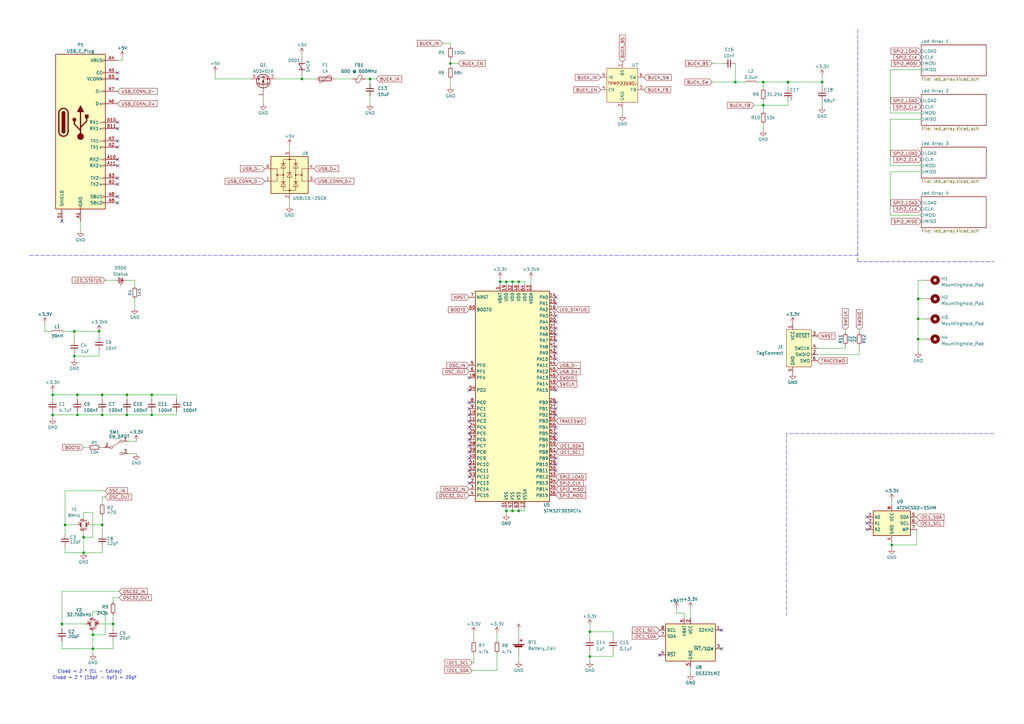
<source format=kicad_sch>
(kicad_sch (version 20230121) (generator eeschema)
  (paper "A3")
  (title_block (title "Wordclock") (rev "1"))
  (junction (at 376.555 130.81))
  (junction (at 34.29 226.695))
  (junction (at 301.625 33.655))
  (junction (at 30.48 135.89))
  (junction (at 313.055 33.655))
  (junction (at 31.75 170.18))
  (junction (at 376.555 139.065))
  (junction (at 41.91 170.18))
  (junction (at 323.215 33.655))
  (junction (at 30.48 146.05))
  (junction (at 210.185 115.57))
  (junction (at 337.185 33.655))
  (junction (at 210.185 209.55))
  (junction (at 41.91 215.265))
  (junction (at 40.64 135.89))
  (junction (at 21.59 161.925))
  (junction (at 123.825 32.385))
  (junction (at 313.055 43.18))
  (junction (at 41.91 161.925))
  (junction (at 38.1 266.065))
  (junction (at 52.07 170.18))
  (junction (at 151.765 32.385))
  (junction (at 46.355 255.905))
  (junction (at 212.725 115.57))
  (junction (at 62.23 170.18))
  (junction (at 38.1 260.35))
  (junction (at 241.935 269.24))
  (junction (at 365.76 223.52))
  (junction (at 241.935 259.08))
  (junction (at 207.645 209.55))
  (junction (at 184.785 26.035))
  (junction (at 26.67 215.265))
  (junction (at 205.105 115.57))
  (junction (at 31.75 161.925))
  (junction (at 207.645 115.57))
  (junction (at 25.4 255.905))
  (junction (at 52.07 161.925))
  (junction (at 212.725 209.55))
  (junction (at 34.29 220.345))
  (junction (at 62.23 161.925))
  (junction (at 376.555 122.555))
  (junction (at 21.59 170.18))
  (no_connect (at 227.965 177.8))
  (no_connect (at 227.965 147.32))
  (no_connect (at 227.965 193.04))
  (no_connect (at 192.405 165.1))
  (no_connect (at 227.965 165.1))
  (no_connect (at 48.26 52.705))
  (no_connect (at 192.405 190.5))
  (no_connect (at 295.91 266.065))
  (no_connect (at 227.965 121.92))
  (no_connect (at 227.965 167.64))
  (no_connect (at 192.405 185.42))
  (no_connect (at 48.26 67.945))
  (no_connect (at 192.405 182.88))
  (no_connect (at 227.965 160.02))
  (no_connect (at 227.965 190.5))
  (no_connect (at 192.405 154.94))
  (no_connect (at 192.405 170.18))
  (no_connect (at 25.4 90.805))
  (no_connect (at 355.6 214.63))
  (no_connect (at 227.965 132.08))
  (no_connect (at 48.26 73.025))
  (no_connect (at 192.405 195.58))
  (no_connect (at 48.26 32.385))
  (no_connect (at 192.405 187.96))
  (no_connect (at 227.965 139.7))
  (no_connect (at 227.965 129.54))
  (no_connect (at 192.405 167.64))
  (no_connect (at 227.965 144.78))
  (no_connect (at 227.965 187.96))
  (no_connect (at 192.405 160.02))
  (no_connect (at 48.26 80.645))
  (no_connect (at 270.51 268.605))
  (no_connect (at 192.405 177.8))
  (no_connect (at 48.26 65.405))
  (no_connect (at 355.6 212.09))
  (no_connect (at 192.405 193.04))
  (no_connect (at 192.405 180.34))
  (no_connect (at 192.405 198.12))
  (no_connect (at 227.965 134.62))
  (no_connect (at 48.26 50.165))
  (no_connect (at 227.965 180.34))
  (no_connect (at 48.26 60.325))
  (no_connect (at 227.965 137.16))
  (no_connect (at 192.405 172.72))
  (no_connect (at 192.405 175.26))
  (no_connect (at 355.6 217.17))
  (no_connect (at 227.965 175.26))
  (no_connect (at 227.965 124.46))
  (no_connect (at 48.26 57.785))
  (no_connect (at 48.26 83.185))
  (no_connect (at 227.965 142.24))
  (no_connect (at 48.26 29.845))
  (no_connect (at 48.26 75.565))
  (no_connect (at 295.91 258.445))
  (no_connect (at 227.965 170.18))
  (wire (pts (xy 301.625 33.655) (xy 305.435 33.655)))
  (wire (pts (xy 26.67 224.155) (xy 26.67 226.695)))
  (wire (pts (xy 72.39 161.925) (xy 72.39 163.83)))
  (wire (pts (xy 52.705 180.975) (xy 55.88 180.975)))
  (wire (pts (xy 36.83 215.265) (xy 41.91 215.265)))
  (wire (pts (xy 46.355 245.11) (xy 48.895 245.11)))
  (wire (pts (xy 41.91 224.155) (xy 41.91 226.695)))
  (wire (pts (xy 25.4 255.905) (xy 35.56 255.905)))
  (wire (pts (xy 309.245 43.18) (xy 313.055 43.18)))
  (wire (pts (xy 352.425 141.605) (xy 352.425 145.415)))
  (wire (pts (xy 376.555 114.935) (xy 379.73 114.935)))
  (wire (pts (xy 52.07 161.925) (xy 52.07 163.83)))
  (wire (pts (xy 33.02 90.805) (xy 33.02 94.615)))
  (wire (pts (xy 215.265 115.57) (xy 215.265 116.84)))
  (wire (pts (xy 21.59 161.925) (xy 31.75 161.925)))
  (wire (pts (xy 30.48 135.89) (xy 26.035 135.89)))
  (wire (pts (xy 210.185 208.28) (xy 210.185 209.55)))
  (wire (pts (xy 26.67 201.295) (xy 26.67 215.265)))
  (wire (pts (xy 212.725 115.57) (xy 212.725 116.84)))
  (wire (pts (xy 151.765 32.385) (xy 154.305 32.385)))
  (wire (pts (xy 21.59 161.925) (xy 21.59 163.83)))
  (wire (pts (xy 62.23 163.83) (xy 62.23 161.925)))
  (wire (pts (xy 207.645 209.55) (xy 210.185 209.55)))
  (wire (pts (xy 41.91 215.265) (xy 41.91 219.075)))
  (wire (pts (xy 210.185 209.55) (xy 212.725 209.55)))
  (wire (pts (xy 365.125 88.265) (xy 377.825 88.265)))
  (wire (pts (xy 365.125 48.895) (xy 365.125 67.945)))
  (wire (pts (xy 62.23 170.18) (xy 72.39 170.18)))
  (wire (pts (xy 21.59 170.18) (xy 31.75 170.18)))
  (wire (pts (xy 241.935 256.54) (xy 241.935 259.08)))
  (wire (pts (xy 207.645 209.55) (xy 207.645 210.82)))
  (wire (pts (xy 149.86 32.385) (xy 151.765 32.385)))
  (wire (pts (xy 210.185 115.57) (xy 210.185 116.84)))
  (wire (pts (xy 212.725 115.57) (xy 215.265 115.57)))
  (wire (pts (xy 194.31 259.715) (xy 194.31 262.89)))
  (wire (pts (xy 31.75 161.925) (xy 41.91 161.925)))
  (wire (pts (xy 34.29 220.345) (xy 34.29 226.695)))
  (wire (pts (xy 38.1 260.35) (xy 38.1 258.445)))
  (wire (pts (xy 113.03 32.385) (xy 123.825 32.385)))
  (wire (pts (xy 365.125 46.355) (xy 377.825 46.355)))
  (wire (pts (xy 352.425 145.415) (xy 335.28 145.415)))
  (wire (pts (xy 241.935 269.24) (xy 241.935 271.145)))
  (wire (pts (xy 30.48 139.7) (xy 30.48 135.89)))
  (wire (pts (xy 34.29 212.725) (xy 34.29 210.185)))
  (wire (pts (xy 38.1 253.365) (xy 38.1 250.825)))
  (wire (pts (xy 50.165 23.495) (xy 50.165 24.765)))
  (wire (pts (xy 46.355 252.095) (xy 46.355 255.905)))
  (wire (pts (xy 217.805 114.3) (xy 217.805 116.84)))
  (wire (pts (xy 377.825 70.485) (xy 365.125 70.485)))
  (wire (pts (xy 38.1 260.35) (xy 38.1 266.065)))
  (wire (pts (xy 43.18 114.935) (xy 46.99 114.935)))
  (wire (pts (xy 41.91 161.925) (xy 41.91 163.83)))
  (wire (pts (xy 151.765 32.385) (xy 151.765 34.29)))
  (wire (pts (xy 41.91 168.91) (xy 41.91 170.18)))
  (wire (pts (xy 323.215 33.655) (xy 323.215 36.195)))
  (wire (pts (xy 346.71 142.875) (xy 335.28 142.875)))
  (wire (pts (xy 292.1 26.035) (xy 296.545 26.035)))
  (wire (pts (xy 18.415 132.715) (xy 18.415 135.89)))
  (wire (pts (xy 72.39 170.18) (xy 72.39 168.91)))
  (wire (pts (xy 212.725 208.28) (xy 212.725 209.55)))
  (wire (pts (xy 26.67 219.075) (xy 26.67 215.265)))
  (wire (pts (xy 313.055 41.275) (xy 313.055 43.18)))
  (wire (pts (xy 43.18 201.295) (xy 26.67 201.295)))
  (wire (pts (xy 41.91 161.925) (xy 52.07 161.925)))
  (wire (pts (xy 365.125 67.945) (xy 377.825 67.945)))
  (wire (pts (xy 251.46 259.08) (xy 251.46 261.62)))
  (wire (pts (xy 283.21 273.685) (xy 283.21 276.225)))
  (wire (pts (xy 38.1 250.825) (xy 43.18 250.825)))
  (wire (pts (xy 118.745 81.915) (xy 118.745 84.455)))
  (wire (pts (xy 365.76 222.25) (xy 365.76 223.52)))
  (wire (pts (xy 193.675 274.955) (xy 203.835 274.955)))
  (wire (pts (xy 377.825 48.895) (xy 365.125 48.895)))
  (wire (pts (xy 41.91 211.455) (xy 41.91 215.265)))
  (wire (pts (xy 184.785 32.385) (xy 184.785 35.56)))
  (wire (pts (xy 31.75 170.18) (xy 41.91 170.18)))
  (wire (pts (xy 38.1 220.345) (xy 34.29 220.345)))
  (wire (pts (xy 184.785 26.035) (xy 184.785 27.305)))
  (wire (pts (xy 30.48 146.05) (xy 40.64 146.05)))
  (wire (pts (xy 205.105 115.57) (xy 205.105 116.84)))
  (wire (pts (xy 40.64 255.905) (xy 46.355 255.905)))
  (wire (pts (xy 31.75 161.925) (xy 31.75 163.83)))
  (wire (pts (xy 46.355 262.89) (xy 46.355 266.065)))
  (wire (pts (xy 18.415 135.89) (xy 20.955 135.89)))
  (wire (pts (xy 207.645 115.57) (xy 207.645 116.84)))
  (wire (pts (xy 205.105 114.3) (xy 205.105 115.57)))
  (wire (pts (xy 277.495 251.46) (xy 280.67 251.46)))
  (wire (pts (xy 184.785 24.13) (xy 184.785 26.035)))
  (wire (pts (xy 241.935 259.08) (xy 241.935 261.62)))
  (wire (pts (xy 277.495 249.555) (xy 277.495 251.46)))
  (wire (pts (xy 181.61 17.78) (xy 184.785 17.78)))
  (wire (pts (xy 151.765 39.37) (xy 151.765 42.545)))
  (wire (pts (xy 210.185 115.57) (xy 212.725 115.57)))
  (wire (pts (xy 40.64 146.05) (xy 40.64 143.51)))
  (wire (pts (xy 55.245 114.935) (xy 55.245 117.475)))
  (wire (pts (xy 376.555 139.065) (xy 379.73 139.065)))
  (wire (pts (xy 376.555 139.065) (xy 376.555 130.81)))
  (wire (pts (xy 118.745 59.69) (xy 118.745 61.595)))
  (wire (pts (xy 25.4 255.905) (xy 25.4 242.57)))
  (wire (pts (xy 337.185 41.275) (xy 337.185 43.815)))
  (wire (pts (xy 365.76 205.105) (xy 365.76 207.01)))
  (polyline (pts (xy 351.79 107.315) (xy 407.67 107.315)) (stroke (width 0) (type dash)))
  (wire (pts (xy 365.76 223.52) (xy 375.92 223.52)))
  (polyline (pts (xy 12.065 104.775) (xy 351.79 104.775)) (stroke (width 0) (type dash)))
  (wire (pts (xy 376.555 122.555) (xy 376.555 114.935)))
  (wire (pts (xy 43.18 260.35) (xy 38.1 260.35)))
  (wire (pts (xy 41.275 183.515) (xy 42.545 183.515)))
  (wire (pts (xy 323.215 43.18) (xy 313.055 43.18)))
  (wire (pts (xy 280.67 251.46) (xy 280.67 253.365)))
  (wire (pts (xy 52.705 186.055) (xy 55.88 186.055)))
  (wire (pts (xy 123.825 32.385) (xy 129.54 32.385)))
  (wire (pts (xy 46.355 266.065) (xy 38.1 266.065)))
  (wire (pts (xy 123.825 31.115) (xy 123.825 32.385)))
  (wire (pts (xy 375.92 223.52) (xy 375.92 217.17)))
  (wire (pts (xy 187.96 26.035) (xy 184.785 26.035)))
  (wire (pts (xy 43.18 250.825) (xy 43.18 260.35)))
  (polyline (pts (xy 322.58 177.8) (xy 322.58 252.73)) (stroke (width 0) (type dash)))
  (wire (pts (xy 207.645 208.28) (xy 207.645 209.55)))
  (wire (pts (xy 41.91 203.835) (xy 41.91 206.375)))
  (wire (pts (xy 46.355 247.015) (xy 46.355 245.11)))
  (wire (pts (xy 21.59 168.91) (xy 21.59 170.18)))
  (wire (pts (xy 34.29 217.805) (xy 34.29 220.345)))
  (wire (pts (xy 38.1 210.185) (xy 38.1 220.345)))
  (wire (pts (xy 207.645 115.57) (xy 210.185 115.57)))
  (wire (pts (xy 323.215 33.655) (xy 337.185 33.655)))
  (wire (pts (xy 346.71 135.255) (xy 346.71 136.525)))
  (wire (pts (xy 203.835 274.955) (xy 203.835 267.97)))
  (wire (pts (xy 52.07 114.935) (xy 55.245 114.935)))
  (wire (pts (xy 41.91 170.18) (xy 52.07 170.18)))
  (wire (pts (xy 34.29 183.515) (xy 36.195 183.515)))
  (wire (pts (xy 52.07 168.91) (xy 52.07 170.18)))
  (wire (pts (xy 31.75 168.91) (xy 31.75 170.18)))
  (wire (pts (xy 346.71 141.605) (xy 346.71 142.875)))
  (wire (pts (xy 313.055 50.8) (xy 313.055 53.34)))
  (wire (pts (xy 313.055 33.655) (xy 313.055 36.195)))
  (wire (pts (xy 212.725 268.605) (xy 212.725 271.145)))
  (wire (pts (xy 40.64 138.43) (xy 40.64 135.89)))
  (wire (pts (xy 88.265 29.845) (xy 88.265 32.385)))
  (wire (pts (xy 301.625 26.035) (xy 301.625 33.655)))
  (wire (pts (xy 215.265 209.55) (xy 215.265 208.28)))
  (wire (pts (xy 40.64 135.89) (xy 30.48 135.89)))
  (wire (pts (xy 313.055 33.655) (xy 323.215 33.655)))
  (wire (pts (xy 283.21 249.555) (xy 283.21 253.365)))
  (wire (pts (xy 365.76 223.52) (xy 365.76 224.79)))
  (wire (pts (xy 50.165 24.765) (xy 48.26 24.765)))
  (polyline (pts (xy 351.79 104.775) (xy 351.79 103.505)))
  (wire (pts (xy 46.355 255.905) (xy 46.355 257.81)))
  (wire (pts (xy 365.125 28.575) (xy 365.125 46.355)))
  (wire (pts (xy 30.48 146.05) (xy 30.48 147.32)))
  (wire (pts (xy 41.91 226.695) (xy 34.29 226.695)))
  (wire (pts (xy 241.935 259.08) (xy 251.46 259.08)))
  (wire (pts (xy 25.4 242.57) (xy 48.895 242.57)))
  (wire (pts (xy 62.23 168.91) (xy 62.23 170.18)))
  (wire (pts (xy 26.67 215.265) (xy 31.75 215.265)))
  (wire (pts (xy 352.425 135.255) (xy 352.425 136.525)))
  (wire (pts (xy 193.675 271.78) (xy 194.31 271.78)))
  (wire (pts (xy 376.555 130.81) (xy 376.555 122.555)))
  (wire (pts (xy 323.215 41.275) (xy 323.215 43.18)))
  (wire (pts (xy 365.125 70.485) (xy 365.125 88.265)))
  (wire (pts (xy 203.835 259.715) (xy 203.835 262.89)))
  (wire (pts (xy 25.4 257.81) (xy 25.4 255.905)))
  (wire (pts (xy 376.555 144.145) (xy 376.555 139.065)))
  (wire (pts (xy 337.185 31.115) (xy 337.185 33.655)))
  (wire (pts (xy 212.725 258.445) (xy 212.725 260.985)))
  (wire (pts (xy 21.59 160.655) (xy 21.59 161.925)))
  (wire (pts (xy 21.59 170.18) (xy 21.59 171.45)))
  (wire (pts (xy 137.16 32.385) (xy 144.78 32.385)))
  (wire (pts (xy 205.105 115.57) (xy 207.645 115.57)))
  (wire (pts (xy 313.055 43.18) (xy 313.055 45.72)))
  (wire (pts (xy 123.825 22.225) (xy 123.825 23.495)))
  (wire (pts (xy 241.935 266.7) (xy 241.935 269.24)))
  (wire (pts (xy 337.185 33.655) (xy 337.185 36.195)))
  (wire (pts (xy 25.4 262.89) (xy 25.4 266.065)))
  (wire (pts (xy 52.07 170.18) (xy 62.23 170.18)))
  (wire (pts (xy 376.555 130.81) (xy 379.73 130.81)))
  (wire (pts (xy 25.4 266.065) (xy 38.1 266.065)))
  (wire (pts (xy 301.625 33.655) (xy 292.1 33.655)))
  (wire (pts (xy 251.46 269.24) (xy 241.935 269.24)))
  (wire (pts (xy 52.07 161.925) (xy 62.23 161.925)))
  (wire (pts (xy 26.67 226.695) (xy 34.29 226.695)))
  (wire (pts (xy 377.825 28.575) (xy 365.125 28.575)))
  (wire (pts (xy 251.46 266.7) (xy 251.46 269.24)))
  (wire (pts (xy 55.245 122.555) (xy 55.245 126.365)))
  (wire (pts (xy 38.1 266.065) (xy 38.1 267.97)))
  (wire (pts (xy 212.725 209.55) (xy 215.265 209.55)))
  (wire (pts (xy 43.18 203.835) (xy 41.91 203.835)))
  (wire (pts (xy 34.29 210.185) (xy 38.1 210.185)))
  (wire (pts (xy 30.48 144.78) (xy 30.48 146.05)))
  (wire (pts (xy 310.515 33.655) (xy 313.055 33.655)))
  (polyline (pts (xy 407.67 177.8) (xy 322.58 177.8)) (stroke (width 0) (type dash)))
  (wire (pts (xy 62.23 161.925) (xy 72.39 161.925)))
  (wire (pts (xy 376.555 122.555) (xy 379.73 122.555)))
  (wire (pts (xy 255.27 44.45) (xy 255.27 46.99)))
  (polyline (pts (xy 351.79 107.315) (xy 351.79 12.065)) (stroke (width 0) (type dash)))
  (wire (pts (xy 184.785 17.78) (xy 184.785 19.05)))
  (wire (pts (xy 88.265 32.385) (xy 102.87 32.385)))
  (wire (pts (xy 107.95 40.005) (xy 107.95 42.545)))
  (wire (pts (xy 194.31 271.78) (xy 194.31 267.97)))
  (text "Cload = 2 * (15pF - 5pF) = 20pF" (at 21.59 278.765 0) (effects (font (size 1.27 1.27)) (justify left bottom)))
  (text "Cload = 2 * (CL - Cstray)" (at 23.495 276.225 0) (effects (font (size 1.27 1.27)) (justify left bottom)))
  (global_label "OSC_IN" (shape input) (at 43.18 201.295 0) (property "Intersheetrefs" "${INTERSHEET_REFS}" (effects hide)))
  (global_label "SPI2_LOAD" (shape input) (at 377.825 20.955 180) (property "Intersheetrefs" "${INTERSHEET_REFS}" (effects hide)))
  (global_label "OSC_OUT" (shape input) (at 192.405 152.4 180) (property "Intersheetrefs" "${INTERSHEET_REFS}" (effects hide)))
  (global_label "BUCK_IN" (shape input) (at 154.305 32.385 0) (property "Intersheetrefs" "${INTERSHEET_REFS}" (effects hide)))
  (global_label "BUCK_FB" (shape input) (at 309.245 43.18 180) (property "Intersheetrefs" "${INTERSHEET_REFS}" (effects hide)))
  (global_label "OSC_IN" (shape input) (at 192.405 149.86 180) (property "Intersheetrefs" "${INTERSHEET_REFS}" (effects hide)))
  (global_label "I2C1_SCL" (shape input) (at 227.965 185.42 0) (property "Intersheetrefs" "${INTERSHEET_REFS}" (effects hide)))
  (global_label "I2C1_SDA" (shape input) (at 193.675 274.955 180) (property "Intersheetrefs" "${INTERSHEET_REFS}" (effects hide)))
  (global_label "USB_D+" (shape input) (at 227.965 152.4 0) (property "Intersheetrefs" "${INTERSHEET_REFS}" (effects hide)))
  (global_label "USB_D-" (shape input) (at 108.585 69.215 180) (property "Intersheetrefs" "${INTERSHEET_REFS}" (effects hide)))
  (global_label "I2C1_SDA" (shape input) (at 270.51 260.985 180) (property "Intersheetrefs" "${INTERSHEET_REFS}" (effects hide)))
  (global_label "OSC32_OUT" (shape input) (at 192.405 203.2 180) (property "Intersheetrefs" "${INTERSHEET_REFS}" (effects hide)))
  (global_label "USB_D-" (shape input) (at 227.965 149.86 0) (property "Intersheetrefs" "${INTERSHEET_REFS}" (effects hide)))
  (global_label "SPI2_LOAD" (shape input) (at 377.825 62.865 180) (property "Intersheetrefs" "${INTERSHEET_REFS}" (effects hide)))
  (global_label "SPI2_MOSI" (shape input) (at 377.825 26.035 180) (property "Intersheetrefs" "${INTERSHEET_REFS}" (effects hide)))
  (global_label "BOOT0" (shape input) (at 34.29 183.515 180) (property "Intersheetrefs" "${INTERSHEET_REFS}" (effects hide)))
  (global_label "BUCK_SW" (shape input) (at 292.1 33.655 180) (property "Intersheetrefs" "${INTERSHEET_REFS}" (effects hide)))
  (global_label "BUCK_SW" (shape input) (at 264.16 31.75 0) (property "Intersheetrefs" "${INTERSHEET_REFS}" (effects hide)))
  (global_label "BUCK_IN" (shape input) (at 246.38 31.75 180) (property "Intersheetrefs" "${INTERSHEET_REFS}" (effects hide)))
  (global_label "SPI2_MISO" (shape input) (at 227.965 200.66 0) (property "Intersheetrefs" "${INTERSHEET_REFS}" (effects hide)))
  (global_label "SPI2_MOSI" (shape input) (at 227.965 203.2 0) (property "Intersheetrefs" "${INTERSHEET_REFS}" (effects hide)))
  (global_label "NRST" (shape input) (at 192.405 121.92 180) (property "Intersheetrefs" "${INTERSHEET_REFS}" (effects hide)))
  (global_label "I2C1_SCL" (shape input) (at 270.51 258.445 180) (property "Intersheetrefs" "${INTERSHEET_REFS}" (effects hide)))
  (global_label "SPI2_MISO" (shape input) (at 377.825 90.805 180) (property "Intersheetrefs" "${INTERSHEET_REFS}" (effects hide)))
  (global_label "USB_D+" (shape input) (at 128.905 69.215 0) (property "Intersheetrefs" "${INTERSHEET_REFS}" (effects hide)))
  (global_label "BUCK_EN" (shape input) (at 246.38 36.83 180) (property "Intersheetrefs" "${INTERSHEET_REFS}" (effects hide)))
  (global_label "BUCK_IN" (shape input) (at 181.61 17.78 180) (property "Intersheetrefs" "${INTERSHEET_REFS}" (effects hide)))
  (global_label "SPI2_LOAD" (shape input) (at 377.825 41.275 180) (property "Intersheetrefs" "${INTERSHEET_REFS}" (effects hide)))
  (global_label "I2C1_SDA" (shape input) (at 375.92 212.09 0) (property "Intersheetrefs" "${INTERSHEET_REFS}" (effects hide)))
  (global_label "USB_CONN_D+" (shape input) (at 128.905 74.295 0) (property "Intersheetrefs" "${INTERSHEET_REFS}" (effects hide)))
  (global_label "SPI2_LOAD" (shape input) (at 227.965 195.58 0) (property "Intersheetrefs" "${INTERSHEET_REFS}" (effects hide)))
  (global_label "BUCK_EN" (shape input) (at 187.96 26.035 0) (property "Intersheetrefs" "${INTERSHEET_REFS}" (effects hide)))
  (global_label "USB_CONN_D-" (shape input) (at 48.26 37.465 0) (property "Intersheetrefs" "${INTERSHEET_REFS}" (effects hide)))
  (global_label "BUCK_FB" (shape input) (at 264.16 36.83 0) (property "Intersheetrefs" "${INTERSHEET_REFS}" (effects hide)))
  (global_label "SPI2_CLK" (shape input) (at 377.825 85.725 180) (property "Intersheetrefs" "${INTERSHEET_REFS}" (effects hide)))
  (global_label "USB_CONN_D+" (shape input) (at 48.26 42.545 0) (property "Intersheetrefs" "${INTERSHEET_REFS}" (effects hide)))
  (global_label "SWDIO" (shape input) (at 352.425 135.255 90) (property "Intersheetrefs" "${INTERSHEET_REFS}" (effects hide)))
  (global_label "OSC_OUT" (shape input) (at 43.18 203.835 0) (property "Intersheetrefs" "${INTERSHEET_REFS}" (effects hide)))
  (global_label "OSC32_IN" (shape input) (at 192.405 200.66 180) (property "Intersheetrefs" "${INTERSHEET_REFS}" (effects hide)))
  (global_label "SWCLK" (shape input) (at 346.71 135.255 90) (property "Intersheetrefs" "${INTERSHEET_REFS}" (effects hide)))
  (global_label "LED_STATUS" (shape input) (at 227.965 127 0) (property "Intersheetrefs" "${INTERSHEET_REFS}" (effects hide)))
  (global_label "BOOT0" (shape input) (at 192.405 127 180) (property "Intersheetrefs" "${INTERSHEET_REFS}" (effects hide)))
  (global_label "SPI2_LOAD" (shape input) (at 377.825 83.185 180) (property "Intersheetrefs" "${INTERSHEET_REFS}" (effects hide)))
  (global_label "OSC32_IN" (shape input) (at 48.895 242.57 0) (property "Intersheetrefs" "${INTERSHEET_REFS}" (effects hide)))
  (global_label "I2C1_SCL" (shape input) (at 375.92 214.63 0) (property "Intersheetrefs" "${INTERSHEET_REFS}" (effects hide)))
  (global_label "SPI2_CLK" (shape input) (at 227.965 198.12 0) (property "Intersheetrefs" "${INTERSHEET_REFS}" (effects hide)))
  (global_label "SWDIO" (shape input) (at 227.965 154.94 0) (property "Intersheetrefs" "${INTERSHEET_REFS}" (effects hide)))
  (global_label "SPI2_CLK" (shape input) (at 377.825 43.815 180) (property "Intersheetrefs" "${INTERSHEET_REFS}" (effects hide)))
  (global_label "I2C1_SCL" (shape input) (at 193.675 271.78 180) (property "Intersheetrefs" "${INTERSHEET_REFS}" (effects hide)))
  (global_label "I2C1_SDA" (shape input) (at 227.965 182.88 0) (property "Intersheetrefs" "${INTERSHEET_REFS}" (effects hide)))
  (global_label "BUCK_BS" (shape input) (at 255.27 25.4 90) (property "Intersheetrefs" "${INTERSHEET_REFS}" (effects hide)))
  (global_label "LED_STATUS" (shape input) (at 43.18 114.935 180) (property "Intersheetrefs" "${INTERSHEET_REFS}" (effects hide)))
  (global_label "SPI2_CLK" (shape input) (at 377.825 65.405 180) (property "Intersheetrefs" "${INTERSHEET_REFS}" (effects hide)))
  (global_label "TRACESWO" (shape input) (at 227.965 172.72 0) (property "Intersheetrefs" "${INTERSHEET_REFS}" (effects hide)))
  (global_label "OSC32_OUT" (shape input) (at 48.895 245.11 0) (property "Intersheetrefs" "${INTERSHEET_REFS}" (effects hide)))
  (global_label "NRST" (shape input) (at 335.28 137.795 0) (property "Intersheetrefs" "${INTERSHEET_REFS}" (effects hide)))
  (global_label "TRACESWO" (shape input) (at 335.28 147.955 0) (property "Intersheetrefs" "${INTERSHEET_REFS}" (effects hide)))
  (global_label "USB_CONN_D-" (shape input) (at 108.585 74.295 180) (property "Intersheetrefs" "${INTERSHEET_REFS}" (effects hide)))
  (global_label "SWCLK" (shape input) (at 227.965 157.48 0) (property "Intersheetrefs" "${INTERSHEET_REFS}" (effects hide)))
  (global_label "SPI2_CLK" (shape input) (at 377.825 23.495 180) (property "Intersheetrefs" "${INTERSHEET_REFS}" (effects hide)))
  (global_label "BUCK_BS" (shape input) (at 292.1 26.035 180) (property "Intersheetrefs" "${INTERSHEET_REFS}" (effects hide)))
  (symbol (lib_id "power:+3.3V") (at 203.835 259.715 0) (unit 1)
    (property "Reference" "#PWR0106" (effects hide))
    (property "Value" "+3.3V" (at 203.835 255.905 0))
  )
  (symbol (lib_id "power:+3.3V") (at 205.105 114.3 0) (unit 1)
    (property "Reference" "#PWR0101" (effects hide))
    (property "Value" "+3.3V" (at 205.105 110.49 0))
  )
  (symbol (lib_id "power:GND") (at 38.1 267.97 0) (mirror y) (unit 1)
    (property "Reference" "#PWR0134" (effects hide))
    (property "Value" "GND" (at 38.1 271.78 0))
  )
  (symbol (lib_id "power:GND") (at 255.27 46.99 0) (unit 1)
    (property "Reference" "#PWR0113" (effects hide))
    (property "Value" "GND" (at 255.27 50.8 0))
  )
  (symbol (lib_id "power:GND") (at 55.245 126.365 0) (unit 1)
    (property "Reference" "#PWR0126" (effects hide))
    (property "Value" "GND" (at 55.245 130.175 0))
  )
  (symbol (lib_id "power:GND") (at 34.29 226.695 0) (mirror y) (unit 1)
    (property "Reference" "#PWR0130" (effects hide))
    (property "Value" "GND" (at 34.29 230.505 0))
  )
  (symbol (lib_id "power:GND") (at 118.745 84.455 0) (unit 1)
    (property "Reference" "#PWR0132" (effects hide))
    (property "Value" "GND" (at 118.745 88.265 0))
  )
  (symbol (lib_id "Device:L_Small") (at 307.975 33.655 90) (unit 1)
    (property "Reference" "L2" (at 307.975 29.21 90))
    (property "Value" "3.3uH" (at 307.975 31.75 90))
    (property "Footprint" "Inductor_SMD:L_0402_1005Metric" (effects hide))
  )
  (symbol (lib_id "power:GND") (at 337.185 43.815 0) (unit 1)
    (property "Reference" "#PWR0110" (effects hide))
    (property "Value" "GND" (at 337.185 47.625 0))
  )
  (symbol (lib_id "power:+5V") (at 50.165 23.495 0) (unit 1)
    (property "Reference" "#PWR0131" (effects hide))
    (property "Value" "+5V" (at 50.165 19.685 0))
  )
  (symbol (lib_id "power:GND") (at 376.555 144.145 0) (unit 1)
    (property "Reference" "#PWR0115" (effects hide))
    (property "Value" "GND" (at 376.555 147.955 0))
  )
  (symbol (lib_id "power:+5V") (at 88.265 29.845 0) (unit 1)
    (property "Reference" "#PWR0133" (effects hide))
    (property "Value" "+5V" (at 88.265 26.035 0))
  )
  (symbol (lib_id "Connector:USB_C_Plug") (at 33.02 50.165 0) (unit 1)
    (property "Reference" "P1" (at 33.02 18.415 0))
    (property "Value" "USB_C_Plug" (at 33.02 20.955 0))
    (property "Footprint" "Connector_USB:USB_C_Receptacle_GCT_USB4115-03-C" (effects hide))
    (property "Datasheet" "https://www.usb.org/sites/default/files/documents/usb_type-c.zip" (effects hide))
  )
  (symbol (lib_id "Device:C_Small") (at 30.48 142.24 0) (unit 1)
    (property "Reference" "C4" (at 33.02 141.6113 0) (effects (justify left)))
    (property "Value" "1uF" (at 33.02 144.1513 0) (effects (justify left)))
    (property "Footprint" "Capacitor_SMD:C_0402_1005Metric" (effects hide))
  )
  (symbol (lib_id "Device:L_Small") (at 23.495 135.89 90) (unit 1)
    (property "Reference" "L1" (at 23.495 133.985 90))
    (property "Value" "39nH" (at 23.495 137.795 90))
    (property "Footprint" "Inductor_SMD:L_Sunlord_MWSA0518S" (effects hide))
  )
  (symbol (lib_id "Device:R_Small") (at 38.735 183.515 90) (unit 1)
    (property "Reference" "R1" (at 38.735 181.61 90))
    (property "Value" "10k" (at 38.735 185.42 90))
    (property "Footprint" "Resistor_SMD:R_0603_1608Metric" (effects hide))
  )
  (symbol (lib_id "power:GND") (at 365.76 224.79 0) (unit 1)
    (property "Reference" "#PWR0117" (effects hide))
    (property "Value" "GND" (at 365.76 228.6 0))
  )
  (symbol (lib_id "Device:C_Small") (at 299.085 26.035 270) (unit 1)
    (property "Reference" "C16" (at 299.0786 20.32 90))
    (property "Value" "10nF" (at 299.0786 22.86 90))
    (property "Footprint" "Capacitor_SMD:C_0603_1608Metric" (effects hide))
  )
  (symbol (lib_id "power:+3.3V") (at 283.21 249.555 0) (unit 1)
    (property "Reference" "#PWR01" (effects hide))
    (property "Value" "+3.3V" (at 283.21 245.745 0))
  )
  (symbol (lib_id "Device:R_Small") (at 46.355 249.555 0) (mirror y) (unit 1)
    (property "Reference" "R3" (at 44.45 248.92 0) (effects (justify left)))
    (property "Value" "242k" (at 44.45 251.46 0) (effects (justify left)))
    (property "Footprint" "Resistor_SMD:R_0402_1005Metric" (effects hide))
  )
  (symbol (lib_id "power:+BATT") (at 277.495 249.555 0) (unit 1)
    (property "Reference" "#PWR0109" (effects hide))
    (property "Value" "+BATT" (at 277.495 246.38 0))
  )
  (symbol (lib_id "Device:Crystal_GND24_Small") (at 38.1 255.905 0) (unit 1)
    (property "Reference" "Y2" (at 32.385 250.19 0))
    (property "Value" "32.768kHz" (at 32.385 252.095 0))
    (property "Footprint" "Crystal:Crystal_SMD_3225-4Pin_3.2x2.5mm" (effects hide))
  )
  (symbol (lib_id "Switch:SW_SPDT") (at 47.625 183.515 0) (unit 1)
    (property "Reference" "SW1" (at 46.99 177.165 0))
    (property "Value" "SW_SPDT" (at 48.895 179.07 0))
    (property "Footprint" "Button_Switch_SMD:SW_SPDT_PCM12" (effects hide))
  )
  (symbol (lib_id "Device:C_Small") (at 41.91 166.37 0) (unit 1)
    (property "Reference" "C7" (at 44.45 165.7413 0) (effects (justify left)))
    (property "Value" "100nF" (at 44.45 168.2813 0) (effects (justify left)))
    (property "Footprint" "Capacitor_SMD:C_0402_1005Metric" (effects hide))
  )
  (symbol (lib_id "Device:C_Small") (at 31.75 166.37 0) (unit 1)
    (property "Reference" "C5" (at 34.29 165.7413 0) (effects (justify left)))
    (property "Value" "100nF" (at 34.29 168.2813 0) (effects (justify left)))
    (property "Footprint" "Capacitor_SMD:C_0402_1005Metric" (effects hide))
  )
  (symbol (lib_id "power:GND") (at 151.765 42.545 0) (unit 1)
    (property "Reference" "#PWR0137" (effects hide))
    (property "Value" "GND" (at 151.765 46.355 0))
  )
  (symbol (lib_id "power:GND") (at 283.21 276.225 0) (unit 1)
    (property "Reference" "#PWR0125" (effects hide))
    (property "Value" "GND" (at 283.21 280.035 0))
  )
  (symbol (lib_id "Device:C_Small") (at 241.935 264.16 0) (unit 1)
    (property "Reference" "C14" (at 244.475 263.5313 0) (effects (justify left)))
    (property "Value" "1uF" (at 244.475 266.0713 0) (effects (justify left)))
    (property "Footprint" "Capacitor_SMD:C_0402_1005Metric" (effects hide))
  )
  (symbol (lib_id "Device:C_Small") (at 251.46 264.16 0) (unit 1)
    (property "Reference" "C15" (at 254 263.5313 0) (effects (justify left)))
    (property "Value" "0.1uF" (at 254 266.0713 0) (effects (justify left)))
    (property "Footprint" "Capacitor_SMD:C_0402_1005Metric" (effects hide))
  )
  (symbol (lib_id "power:+3.3V") (at 337.185 31.115 0) (unit 1)
    (property "Reference" "#PWR0111" (effects hide))
    (property "Value" "+3.3V" (at 337.185 27.305 0))
  )
  (symbol (lib_id "Device:Polyfuse") (at 133.35 32.385 90) (unit 1)
    (property "Reference" "F1" (at 133.35 26.67 90))
    (property "Value" "1A" (at 133.35 29.21 90))
    (property "Footprint" "Fuse:Fuse_1206_3216Metric" (effects hide))
  )
  (symbol (lib_id "Device:R_Small") (at 194.31 265.43 0) (unit 1)
    (property "Reference" "R7" (at 196.215 264.795 0) (effects (justify left)))
    (property "Value" "4.7k" (at 196.215 267.335 0) (effects (justify left)))
    (property "Footprint" "Resistor_SMD:R_0402_1005Metric" (effects hide))
  )
  (symbol (lib_id "MCU_ST_STM32F3:STM32F303RCTx") (at 210.185 162.56 0) (unit 1)
    (property "Reference" "U5" (at 222.885 207.01 0) (effects (justify left)))
    (property "Value" "STM32F303RCTx" (at 222.885 209.55 0) (effects (justify left)))
    (property "Footprint" "Package_QFP:LQFP-64_10x10mm_P0.5mm" (effects hide))
    (property "Datasheet" "http://www.st.com/st-web-ui/static/active/en/resource/technical/document/datasheet/DM00058181.pdf" (effects hide))
  )
  (symbol (lib_id "power:GND") (at 207.645 210.82 0) (unit 1)
    (property "Reference" "#PWR0105" (effects hide))
    (property "Value" "GND" (at 207.645 214.63 0))
  )
  (symbol (lib_id "Timer_RTC:DS3231MZ") (at 283.21 263.525 0) (unit 1)
    (property "Reference" "U8" (at 285.1659 273.685 0) (effects (justify left)))
    (property "Value" "DS3231MZ" (at 285.1659 276.225 0) (effects (justify left)))
    (property "Footprint" "Package_SO:SOIC-8_3.9x4.9mm_P1.27mm" (effects hide))
    (property "Datasheet" "http://datasheets.maximintegrated.com/en/ds/DS3231M.pdf" (effects hide))
  )
  (symbol (lib_id "Memory_EEPROM:AT24CS02-SSHM") (at 365.76 214.63 0) (unit 1)
    (property "Reference" "U9" (at 367.7159 205.74 0) (effects (justify left)))
    (property "Value" "AT24CS02-SSHM" (at 367.7159 208.28 0) (effects (justify left)))
    (property "Footprint" "Package_SO:SOIC-8_3.9x4.9mm_P1.27mm" (effects hide))
    (property "Datasheet" "http://ww1.microchip.com/downloads/en/DeviceDoc/Atmel-8815-SEEPROM-AT24CS01-02-Datasheet.pdf" (effects hide))
  )
  (symbol (lib_id "Device:C_Small") (at 62.23 166.37 0) (unit 1)
    (property "Reference" "C11" (at 64.77 165.7413 0) (effects (justify left)))
    (property "Value" "100nF" (at 64.77 168.2813 0) (effects (justify left)))
    (property "Footprint" "Capacitor_SMD:C_0402_1005Metric" (effects hide))
  )
  (symbol (lib_id "power:+3.3V") (at 55.88 180.975 0) (unit 1)
    (property "Reference" "#PWR0120" (effects hide))
    (property "Value" "+3.3V" (at 55.88 177.165 0))
  )
  (symbol (lib_id "Device:C_Small") (at 25.4 260.35 0) (unit 1)
    (property "Reference" "C2" (at 27.94 259.0737 0) (effects (justify left)))
    (property "Value" "20pF" (at 27.94 260.985 0) (effects (justify left)))
    (property "Footprint" "Capacitor_SMD:C_0402_1005Metric" (effects hide))
  )
  (symbol (lib_id "Device:Crystal_GND24_Small") (at 34.29 215.265 0) (unit 1)
    (property "Reference" "Y1" (at 30.48 208.915 0))
    (property "Value" "8MHz" (at 30.48 211.455 0))
    (property "Footprint" "Crystal:Crystal_SMD_3225-4Pin_3.2x2.5mm" (effects hide))
  )
  (symbol (lib_id "power:+3.3V") (at 18.415 132.715 0) (unit 1)
    (property "Reference" "#PWR0128" (effects hide))
    (property "Value" "+3.3V" (at 18.415 128.905 0))
  )
  (symbol (lib_id "power:+3.3V") (at 325.12 132.715 0) (unit 1)
    (property "Reference" "#PWR0112" (effects hide))
    (property "Value" "+3.3V" (at 325.12 128.905 0))
  )
  (symbol (lib_id "power:GND") (at 313.055 53.34 0) (unit 1)
    (property "Reference" "#PWR0114" (effects hide))
    (property "Value" "GND" (at 313.055 57.15 0))
  )
  (symbol (lib_id "Device:R_Small") (at 203.835 265.43 0) (unit 1)
    (property "Reference" "R8" (at 205.74 264.795 0) (effects (justify left)))
    (property "Value" "4.7k" (at 205.74 267.335 0) (effects (justify left)))
    (property "Footprint" "Resistor_SMD:R_0402_1005Metric" (effects hide))
  )
  (symbol (lib_id "power:GND") (at 212.725 271.145 0) (unit 1)
    (property "Reference" "#PWR0107" (effects hide))
    (property "Value" "GND" (at 212.725 274.955 0))
  )
  (symbol (lib_id "Device:C_Small") (at 26.67 221.615 0) (unit 1)
    (property "Reference" "C3" (at 28.575 220.3387 0) (effects (justify left)))
    (property "Value" "12pF" (at 28.575 222.25 0) (effects (justify left)))
    (property "Footprint" "Capacitor_SMD:C_0402_1005Metric" (effects hide))
  )
  (symbol (lib_id "Device:R_Small") (at 55.245 120.015 180) (unit 1)
    (property "Reference" "R4" (at 53.34 120.015 90))
    (property "Value" "1k5" (at 57.15 120.015 90))
    (property "Footprint" "Resistor_SMD:R_0402_1005Metric" (effects hide))
  )
  (symbol (lib_id "power:GND") (at 33.02 94.615 0) (unit 1)
    (property "Reference" "#PWR0127" (effects hide))
    (property "Value" "GND" (at 33.02 98.425 0))
  )
  (symbol (lib_id "power:+3.3VA") (at 40.64 135.89 0) (unit 1)
    (property "Reference" "#PWR0129" (effects hide))
    (property "Value" "+3.3VA" (at 40.64 132.08 0))
  )
  (symbol (lib_id "Connector:Conn_ARM_SWD_TagConnect_TC2030") (at 327.66 142.875 0) (unit 1) (in_bom no)
    (property "Reference" "J1" (at 321.31 142.24 0) (effects (justify right)))
    (property "Value" "TagConnect" (at 321.31 144.78 0) (effects (justify right)))
    (property "Footprint" "Connector:Tag-Connect_TC2030-IDC-FP_2x03_P1.27mm_Vertical" (effects hide))
    (property "Datasheet" "https://www.tag-connect.com/wp-content/uploads/bsk-pdf-manager/TC2030-CTX_1.pdf" (effects hide))
  )
  (symbol (lib_id "Device:C_Small") (at 323.215 38.735 0) (unit 1)
    (property "Reference" "C17" (at 323.85 36.83 0) (effects (justify left)))
    (property "Value" "?" (at 323.85 40.64 0) (effects (justify left)))
    (property "Footprint" "Capacitor_SMD:C_0603_1608Metric" (effects hide))
  )
  (symbol (lib_id "Device:C_Small") (at 72.39 166.37 0) (unit 1)
    (property "Reference" "C12" (at 74.93 165.7413 0) (effects (justify left)))
    (property "Value" "100nF" (at 74.93 168.2813 0) (effects (justify left)))
    (property "Footprint" "Capacitor_SMD:C_0402_1005Metric" (effects hide))
  )
  (symbol (lib_id "power:+3.3V") (at 21.59 160.655 0) (unit 1)
    (property "Reference" "#PWR0122" (effects hide))
    (property "Value" "+3.3V" (at 21.59 156.845 0))
  )
  (symbol (lib_id "Device:C_Small") (at 52.07 166.37 0) (unit 1)
    (property "Reference" "C10" (at 54.61 165.7413 0) (effects (justify left)))
    (property "Value" "100nF" (at 54.61 168.2813 0) (effects (justify left)))
    (property "Footprint" "Capacitor_SMD:C_0402_1005Metric" (effects hide))
  )
  (symbol (lib_id "Device:C_Small") (at 21.59 166.37 0) (unit 1)
    (property "Reference" "C1" (at 24.13 165.7413 0) (effects (justify left)))
    (property "Value" "4.7uF" (at 24.13 168.2813 0) (effects (justify left)))
    (property "Footprint" "Capacitor_SMD:C_0603_1608Metric" (effects hide))
  )
  (symbol (lib_id "Mechanical:MountingHole_Pad") (at 382.27 139.065 270) (unit 1)
    (property "Reference" "H4" (at 386.08 138.43 90) (effects (justify left)))
    (property "Value" "MountingHole_Pad" (at 386.08 140.97 90) (effects (justify left)))
    (property "Footprint" "MountingHole:MountingHole_4.3mm_M4_Pad_Via" (effects hide))
  )
  (symbol (lib_id "Evan:TPMP2359DJ") (at 255.27 34.29 0) (unit 1)
    (property "Reference" "U7" (at 259.08 26.67 0) (effects (justify left)))
    (property "Value" "~" (at 255.27 34.29 0))
    (property "Footprint" "Package_TO_SOT_SMD:SOT-23-6" (effects hide))
  )
  (symbol (lib_id "Device:R_Small") (at 184.785 29.845 180) (unit 1)
    (property "Reference" "R6" (at 179.705 29.845 0) (effects (justify right)))
    (property "Value" "68k" (at 186.055 29.845 0) (effects (justify right)))
    (property "Footprint" "Resistor_SMD:R_0805_2012Metric" (effects hide))
  )
  (symbol (lib_id "power:+3.3V") (at 365.76 205.105 0) (unit 1)
    (property "Reference" "#PWR0116" (effects hide))
    (property "Value" "+3.3V" (at 365.76 201.295 0))
  )
  (symbol (lib_id "Device:Battery_Cell") (at 212.725 266.065 0) (unit 1)
    (property "Reference" "BT1" (at 216.535 263.398 0) (effects (justify left)))
    (property "Value" "Battery_Cell" (at 216.535 265.938 0) (effects (justify left)))
    (property "Footprint" "Battery:BatteryHolder_Keystone_3002_1x2032" (effects hide))
  )
  (symbol (lib_id "Device:FerriteBead_Small") (at 147.32 32.385 90) (unit 1)
    (property "Reference" "FB1" (at 147.2819 26.67 90))
    (property "Value" "600 @ 600MHz" (at 147.2819 29.21 90))
    (property "Footprint" "Inductor_SMD:L_0805_2012Metric" (effects hide))
  )
  (symbol (lib_id "power:GND") (at 241.935 271.145 0) (unit 1)
    (property "Reference" "#PWR0103" (effects hide))
    (property "Value" "GND" (at 241.935 274.955 0))
  )
  (symbol (lib_id "Device:R_Small") (at 352.425 139.065 0) (unit 1)
    (property "Reference" "R12" (at 354.33 139.065 90))
    (property "Value" "22" (at 350.52 139.065 90))
    (property "Footprint" "Resistor_SMD:R_0603_1608Metric" (effects hide))
  )
  (symbol (lib_id "Device:D_Shockley") (at 123.825 27.305 90) (unit 1)
    (property "Reference" "D501" (at 123.19 24.765 90) (effects (justify left)))
    (property "Value" "SHCK" (at 126.365 29.845 0) (effects (justify left)))
    (property "Footprint" "Diode_SMD:D_SOD-123" (effects hide))
  )
  (symbol (lib_id "Device:R_Small") (at 184.785 21.59 180) (unit 1)
    (property "Reference" "R5" (at 179.705 21.59 0) (effects (justify right)))
    (property "Value" "100k" (at 186.055 21.59 0) (effects (justify right)))
    (property "Footprint" "Resistor_SMD:R_0805_2012Metric" (effects hide))
  )
  (symbol (lib_id "Device:R_Small") (at 346.71 139.065 180) (unit 1)
    (property "Reference" "R11" (at 344.805 139.065 90))
    (property "Value" "22" (at 348.615 139.065 90))
    (property "Footprint" "Resistor_SMD:R_0603_1608Metric" (effects hide))
  )
  (symbol (lib_id "power:+3.3V") (at 194.31 259.715 0) (unit 1)
    (property "Reference" "#PWR0124" (effects hide))
    (property "Value" "+3.3V" (at 194.31 255.905 0))
  )
  (symbol (lib_id "power:GND") (at 55.88 186.055 0) (mirror y) (unit 1)
    (property "Reference" "#PWR0121" (effects hide))
    (property "Value" "GND" (at 55.88 189.865 0))
  )
  (symbol (lib_id "power:+5V") (at 123.825 22.225 0) (unit 1)
    (property "Reference" "#PWR0135" (effects hide))
    (property "Value" "+5V" (at 123.825 18.415 0))
  )
  (symbol (lib_id "power:GND") (at 325.12 153.035 0) (unit 1)
    (property "Reference" "#PWR0118" (effects hide))
    (property "Value" "GND" (at 325.12 156.845 0))
  )
  (symbol (lib_id "power:+3.3V") (at 241.935 256.54 0) (unit 1)
    (property "Reference" "#PWR0108" (effects hide))
    (property "Value" "+3.3V" (at 241.935 252.73 0))
  )
  (symbol (lib_id "Device:R_Small") (at 313.055 38.735 180) (unit 1)
    (property "Reference" "R9" (at 308.61 38.735 0) (effects (justify right)))
    (property "Value" "31.25k" (at 314.325 38.735 0) (effects (justify right)))
    (property "Footprint" "Resistor_SMD:R_0805_2012Metric" (effects hide))
  )
  (symbol (lib_id "Device:C_Small") (at 46.355 260.35 0) (unit 1)
    (property "Reference" "C9" (at 48.895 259.715 0) (effects (justify left)))
    (property "Value" "20pF" (at 48.895 261.62 0) (effects (justify left)))
    (property "Footprint" "Capacitor_SMD:C_0402_1005Metric" (effects hide))
  )
  (symbol (lib_id "Device:R_Small") (at 41.91 208.915 0) (unit 1)
    (property "Reference" "R2" (at 43.815 208.28 0) (effects (justify left)))
    (property "Value" "47Ω" (at 43.815 210.185 0) (effects (justify left)))
    (property "Footprint" "Resistor_SMD:R_0402_1005Metric" (effects hide))
  )
  (symbol (lib_id "Transistor_FET:AO3401A") (at 107.95 34.925 90) (unit 1)
    (property "Reference" "Q1" (at 107.95 26.67 90))
    (property "Value" "AO3401A" (at 107.95 29.21 90))
    (property "Footprint" "Package_TO_SOT_SMD:SOT-23" (effects hide))
    (property "Datasheet" "http://www.aosmd.com/pdfs/datasheet/AO3401A.pdf" (effects hide))
  )
  (symbol (lib_id "Device:C_Small") (at 40.64 140.97 0) (unit 1)
    (property "Reference" "C6" (at 43.18 140.3413 0) (effects (justify left)))
    (property "Value" "10nF" (at 43.18 142.8813 0) (effects (justify left)))
    (property "Footprint" "Capacitor_SMD:C_0402_1005Metric" (effects hide))
  )
  (symbol (lib_id "power:GND") (at 107.95 42.545 0) (unit 1)
    (property "Reference" "#PWR0138" (effects hide))
    (property "Value" "GND" (at 107.95 46.355 0))
  )
  (symbol (lib_id "Device:LED_Small") (at 49.53 114.935 180) (unit 1)
    (property "Reference" "D500" (at 49.4665 109.855 0))
    (property "Value" "Status" (at 49.4665 112.395 0))
    (property "Footprint" "LED_SMD:LED_0603_1608Metric" (effects hide))
  )
  (symbol (lib_id "Mechanical:MountingHole_Pad") (at 382.27 130.81 270) (unit 1)
    (property "Reference" "H3" (at 386.08 130.175 90) (effects (justify left)))
    (property "Value" "MountingHole_Pad" (at 386.08 132.715 90) (effects (justify left)))
    (property "Footprint" "MountingHole:MountingHole_4.3mm_M4_Pad_Via" (effects hide))
  )
  (symbol (lib_id "power:GND") (at 30.48 147.32 0) (unit 1)
    (property "Reference" "#PWR0123" (effects hide))
    (property "Value" "GND" (at 30.48 151.13 0))
  )
  (symbol (lib_id "Power_Protection:USBLC6-2SC6") (at 118.745 71.755 0) (unit 1)
    (property "Reference" "U6" (at 123.825 62.865 0) (effects (justify left)))
    (property "Value" "USBLC6-2SC6" (at 120.015 81.28 0) (effects (justify left)))
    (property "Footprint" "Package_TO_SOT_SMD:SOT-23-6" (effects hide))
    (property "Datasheet" "https://www.st.com/resource/en/datasheet/usblc6-2.pdf" (effects hide))
  )
  (symbol (lib_id "Mechanical:MountingHole_Pad") (at 382.27 114.935 270) (unit 1)
    (property "Reference" "H1" (at 386.08 114.3 90) (effects (justify left)))
    (property "Value" "MountingHole_Pad" (at 386.08 116.84 90) (effects (justify left)))
    (property "Footprint" "MountingHole:MountingHole_4.3mm_M4_Pad_Via" (effects hide))
  )
  (symbol (lib_id "power:GND") (at 184.785 35.56 0) (unit 1)
    (property "Reference" "#PWR0136" (effects hide))
    (property "Value" "GND" (at 184.785 39.37 0))
  )
  (symbol (lib_id "Device:R_Small") (at 313.055 48.26 180) (unit 1)
    (property "Reference" "R10" (at 307.975 48.26 0) (effects (justify right)))
    (property "Value" "10k" (at 314.325 48.26 0) (effects (justify right)))
    (property "Footprint" "Resistor_SMD:R_0805_2012Metric" (effects hide))
  )
  (symbol (lib_id "power:+BATT") (at 212.725 258.445 0) (unit 1)
    (property "Reference" "#PWR0104" (effects hide))
    (property "Value" "+BATT" (effects hide))
  )
  (symbol (lib_id "Device:C_Small") (at 337.185 38.735 0) (unit 1)
    (property "Reference" "C18" (at 337.82 36.83 0) (effects (justify left)))
    (property "Value" "68uF" (at 337.82 41.275 0) (effects (justify left)))
    (property "Footprint" "Capacitor_SMD:C_0603_1608Metric" (effects hide))
  )
  (symbol (lib_id "Device:C_Small") (at 151.765 36.83 0) (unit 1)
    (property "Reference" "C13" (at 154.94 36.2013 0) (effects (justify left)))
    (property "Value" "10uF" (at 154.94 38.7413 0) (effects (justify left)))
    (property "Footprint" "Capacitor_SMD:C_0805_2012Metric" (effects hide))
  )
  (symbol (lib_id "Mechanical:MountingHole_Pad") (at 382.27 122.555 270) (unit 1)
    (property "Reference" "H2" (at 386.08 121.92 90) (effects (justify left)))
    (property "Value" "MountingHole_Pad" (at 386.08 124.46 90) (effects (justify left)))
    (property "Footprint" "MountingHole:MountingHole_4.3mm_M4_Pad_Via" (effects hide))
  )
  (symbol (lib_id "power:GND") (at 21.59 171.45 0) (unit 1)
    (property "Reference" "#PWR0119" (effects hide))
    (property "Value" "GND" (at 21.59 175.26 0))
  )
  (symbol (lib_id "power:+3.3VA") (at 217.805 114.3 0) (unit 1)
    (property "Reference" "#PWR0102" (effects hide))
    (property "Value" "+3.3VA" (at 217.805 110.49 0))
  )
  (symbol (lib_id "Device:C_Small") (at 41.91 221.615 0) (unit 1)
    (property "Reference" "C8" (at 43.815 220.9737 0) (effects (justify left)))
    (property "Value" "12pF" (at 43.815 222.885 0) (effects (justify left)))
    (property "Footprint" "Capacitor_SMD:C_0402_1005Metric" (effects hide))
  )
  (symbol (lib_id "power:+5V") (at 118.745 59.69 0) (unit 1)
    (property "Reference" "#PWR0139" (effects hide))
    (property "Value" "+5V" (at 118.745 55.88 0))
  )
  (sheet (at 377.825 38.735) (size 26.67 12.7) (stroke (width 0.1524))
    (property "Sheetname" "Led Array 2" (at 377.825 38.0234 0) (effects (justify left bottom)))
    (property "Sheetfile" "led_array.kicad_sch" (at 377.825 52.0196 0) (effects (justify left top)))
    (pin "LOAD" input (at 377.825 41.275 180))
    (pin "CLK" input (at 377.825 43.815 180))
    (pin "MOSI" input (at 377.825 46.355 180))
    (pin "MISO" input (at 377.825 48.895 180))
  )
  (sheet (at 377.825 80.645) (size 26.67 12.7) (stroke (width 0.1524))
    (property "Sheetname" "Led Array 4" (at 377.825 79.9334 0) (effects (justify left bottom)))
    (property "Sheetfile" "led_array.kicad_sch" (at 377.825 93.9296 0) (effects (justify left top)))
    (pin "LOAD" input (at 377.825 83.185 180))
    (pin "CLK" input (at 377.825 85.725 180))
    (pin "MOSI" input (at 377.825 88.265 180))
    (pin "MISO" input (at 377.825 90.805 180))
  )
  (sheet (at 377.825 18.415) (size 26.67 12.7) (stroke (width 0.1524))
    (property "Sheetname" "Led Array 1" (at 377.825 17.7034 0) (effects (justify left bottom)))
    (property "Sheetfile" "led_array.kicad_sch" (at 377.825 31.6996 0) (effects (justify left top)))
    (pin "LOAD" input (at 377.825 20.955 180))
    (pin "CLK" input (at 377.825 23.495 180))
    (pin "MOSI" input (at 377.825 26.035 180))
    (pin "MISO" input (at 377.825 28.575 180))
  )
  (sheet (at 377.825 60.325) (size 26.67 12.7) (stroke (width 0.1524))
    (property "Sheetname" "Led Array 3" (at 377.825 59.6134 0) (effects (justify left bottom)))
    (property "Sheetfile" "led_array.kicad_sch" (at 377.825 73.6096 0) (effects (justify left top)))
    (pin "LOAD" input (at 377.825 62.865 180))
    (pin "CLK" input (at 377.825 65.405 180))
    (pin "MOSI" input (at 377.825 67.945 180))
    (pin "MISO" input (at 377.825 70.485 180))
  )
)
</source>
